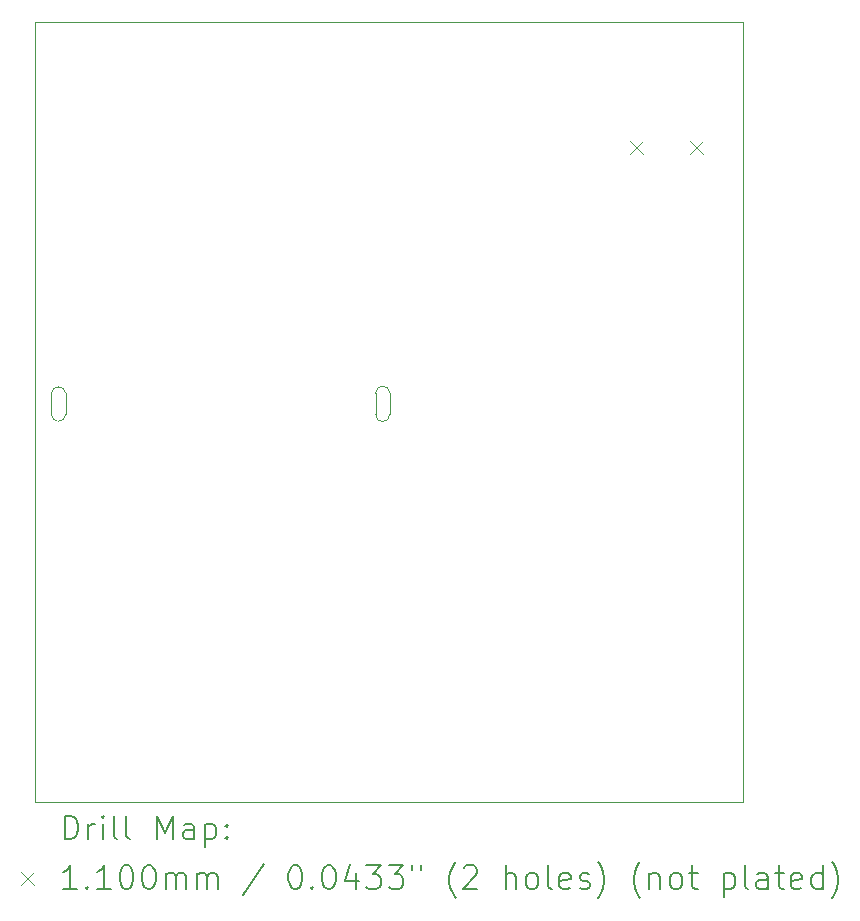
<source format=gbr>
%FSLAX45Y45*%
G04 Gerber Fmt 4.5, Leading zero omitted, Abs format (unit mm)*
G04 Created by KiCad (PCBNEW (6.0.4)) date 2022-12-17 16:47:39*
%MOMM*%
%LPD*%
G01*
G04 APERTURE LIST*
%TA.AperFunction,Profile*%
%ADD10C,0.100000*%
%TD*%
%ADD11C,0.200000*%
%ADD12C,0.110000*%
G04 APERTURE END LIST*
D10*
X3006000Y3461000D02*
G75*
G03*
X2886000Y3461000I-60000J0D01*
G01*
X5997000Y6602000D02*
X0Y6602000D01*
X0Y6602000D02*
X0Y0D01*
X0Y0D02*
X5997000Y0D01*
X5997000Y0D02*
X5997000Y6602000D01*
X2886000Y3281000D02*
G75*
G03*
X3006000Y3281000I60000J0D01*
G01*
X261000Y3463000D02*
X261000Y3283000D01*
X2886000Y3461000D02*
X2886000Y3281000D01*
X261000Y3463000D02*
G75*
G03*
X141000Y3463000I-60000J-9760D01*
G01*
X3006000Y3461000D02*
X3006000Y3281000D01*
X141000Y3283000D02*
G75*
G03*
X261000Y3283000I60000J0D01*
G01*
X141000Y3463000D02*
X141000Y3283000D01*
D11*
D12*
X5044250Y5600250D02*
X5154250Y5490250D01*
X5154250Y5600250D02*
X5044250Y5490250D01*
X5544250Y5600250D02*
X5654250Y5490250D01*
X5654250Y5600250D02*
X5544250Y5490250D01*
D11*
X252619Y-315476D02*
X252619Y-115476D01*
X300238Y-115476D01*
X328810Y-125000D01*
X347857Y-144048D01*
X357381Y-163095D01*
X366905Y-201190D01*
X366905Y-229762D01*
X357381Y-267857D01*
X347857Y-286905D01*
X328810Y-305952D01*
X300238Y-315476D01*
X252619Y-315476D01*
X452619Y-315476D02*
X452619Y-182143D01*
X452619Y-220238D02*
X462143Y-201190D01*
X471667Y-191667D01*
X490714Y-182143D01*
X509762Y-182143D01*
X576429Y-315476D02*
X576429Y-182143D01*
X576429Y-115476D02*
X566905Y-125000D01*
X576429Y-134524D01*
X585952Y-125000D01*
X576429Y-115476D01*
X576429Y-134524D01*
X700238Y-315476D02*
X681190Y-305952D01*
X671667Y-286905D01*
X671667Y-115476D01*
X805000Y-315476D02*
X785952Y-305952D01*
X776428Y-286905D01*
X776428Y-115476D01*
X1033571Y-315476D02*
X1033571Y-115476D01*
X1100238Y-258333D01*
X1166905Y-115476D01*
X1166905Y-315476D01*
X1347857Y-315476D02*
X1347857Y-210714D01*
X1338333Y-191667D01*
X1319286Y-182143D01*
X1281190Y-182143D01*
X1262143Y-191667D01*
X1347857Y-305952D02*
X1328810Y-315476D01*
X1281190Y-315476D01*
X1262143Y-305952D01*
X1252619Y-286905D01*
X1252619Y-267857D01*
X1262143Y-248809D01*
X1281190Y-239286D01*
X1328810Y-239286D01*
X1347857Y-229762D01*
X1443095Y-182143D02*
X1443095Y-382143D01*
X1443095Y-191667D02*
X1462143Y-182143D01*
X1500238Y-182143D01*
X1519286Y-191667D01*
X1528809Y-201190D01*
X1538333Y-220238D01*
X1538333Y-277381D01*
X1528809Y-296429D01*
X1519286Y-305952D01*
X1500238Y-315476D01*
X1462143Y-315476D01*
X1443095Y-305952D01*
X1624048Y-296429D02*
X1633571Y-305952D01*
X1624048Y-315476D01*
X1614524Y-305952D01*
X1624048Y-296429D01*
X1624048Y-315476D01*
X1624048Y-191667D02*
X1633571Y-201190D01*
X1624048Y-210714D01*
X1614524Y-201190D01*
X1624048Y-191667D01*
X1624048Y-210714D01*
D12*
X-115000Y-590000D02*
X-5000Y-700000D01*
X-5000Y-590000D02*
X-115000Y-700000D01*
D11*
X357381Y-735476D02*
X243095Y-735476D01*
X300238Y-735476D02*
X300238Y-535476D01*
X281190Y-564048D01*
X262143Y-583095D01*
X243095Y-592619D01*
X443095Y-716428D02*
X452619Y-725952D01*
X443095Y-735476D01*
X433571Y-725952D01*
X443095Y-716428D01*
X443095Y-735476D01*
X643095Y-735476D02*
X528810Y-735476D01*
X585952Y-735476D02*
X585952Y-535476D01*
X566905Y-564048D01*
X547857Y-583095D01*
X528810Y-592619D01*
X766905Y-535476D02*
X785952Y-535476D01*
X805000Y-545000D01*
X814524Y-554524D01*
X824048Y-573571D01*
X833571Y-611667D01*
X833571Y-659286D01*
X824048Y-697381D01*
X814524Y-716428D01*
X805000Y-725952D01*
X785952Y-735476D01*
X766905Y-735476D01*
X747857Y-725952D01*
X738333Y-716428D01*
X728809Y-697381D01*
X719286Y-659286D01*
X719286Y-611667D01*
X728809Y-573571D01*
X738333Y-554524D01*
X747857Y-545000D01*
X766905Y-535476D01*
X957381Y-535476D02*
X976428Y-535476D01*
X995476Y-545000D01*
X1005000Y-554524D01*
X1014524Y-573571D01*
X1024048Y-611667D01*
X1024048Y-659286D01*
X1014524Y-697381D01*
X1005000Y-716428D01*
X995476Y-725952D01*
X976428Y-735476D01*
X957381Y-735476D01*
X938333Y-725952D01*
X928809Y-716428D01*
X919286Y-697381D01*
X909762Y-659286D01*
X909762Y-611667D01*
X919286Y-573571D01*
X928809Y-554524D01*
X938333Y-545000D01*
X957381Y-535476D01*
X1109762Y-735476D02*
X1109762Y-602143D01*
X1109762Y-621190D02*
X1119286Y-611667D01*
X1138333Y-602143D01*
X1166905Y-602143D01*
X1185952Y-611667D01*
X1195476Y-630714D01*
X1195476Y-735476D01*
X1195476Y-630714D02*
X1205000Y-611667D01*
X1224048Y-602143D01*
X1252619Y-602143D01*
X1271667Y-611667D01*
X1281190Y-630714D01*
X1281190Y-735476D01*
X1376429Y-735476D02*
X1376429Y-602143D01*
X1376429Y-621190D02*
X1385952Y-611667D01*
X1405000Y-602143D01*
X1433571Y-602143D01*
X1452619Y-611667D01*
X1462143Y-630714D01*
X1462143Y-735476D01*
X1462143Y-630714D02*
X1471667Y-611667D01*
X1490714Y-602143D01*
X1519286Y-602143D01*
X1538333Y-611667D01*
X1547857Y-630714D01*
X1547857Y-735476D01*
X1938333Y-525952D02*
X1766905Y-783095D01*
X2195476Y-535476D02*
X2214524Y-535476D01*
X2233571Y-545000D01*
X2243095Y-554524D01*
X2252619Y-573571D01*
X2262143Y-611667D01*
X2262143Y-659286D01*
X2252619Y-697381D01*
X2243095Y-716428D01*
X2233571Y-725952D01*
X2214524Y-735476D01*
X2195476Y-735476D01*
X2176429Y-725952D01*
X2166905Y-716428D01*
X2157381Y-697381D01*
X2147857Y-659286D01*
X2147857Y-611667D01*
X2157381Y-573571D01*
X2166905Y-554524D01*
X2176429Y-545000D01*
X2195476Y-535476D01*
X2347857Y-716428D02*
X2357381Y-725952D01*
X2347857Y-735476D01*
X2338333Y-725952D01*
X2347857Y-716428D01*
X2347857Y-735476D01*
X2481190Y-535476D02*
X2500238Y-535476D01*
X2519286Y-545000D01*
X2528810Y-554524D01*
X2538333Y-573571D01*
X2547857Y-611667D01*
X2547857Y-659286D01*
X2538333Y-697381D01*
X2528810Y-716428D01*
X2519286Y-725952D01*
X2500238Y-735476D01*
X2481190Y-735476D01*
X2462143Y-725952D01*
X2452619Y-716428D01*
X2443095Y-697381D01*
X2433571Y-659286D01*
X2433571Y-611667D01*
X2443095Y-573571D01*
X2452619Y-554524D01*
X2462143Y-545000D01*
X2481190Y-535476D01*
X2719286Y-602143D02*
X2719286Y-735476D01*
X2671667Y-525952D02*
X2624048Y-668810D01*
X2747857Y-668810D01*
X2805000Y-535476D02*
X2928809Y-535476D01*
X2862143Y-611667D01*
X2890714Y-611667D01*
X2909762Y-621190D01*
X2919286Y-630714D01*
X2928809Y-649762D01*
X2928809Y-697381D01*
X2919286Y-716428D01*
X2909762Y-725952D01*
X2890714Y-735476D01*
X2833571Y-735476D01*
X2814524Y-725952D01*
X2805000Y-716428D01*
X2995476Y-535476D02*
X3119286Y-535476D01*
X3052619Y-611667D01*
X3081190Y-611667D01*
X3100238Y-621190D01*
X3109762Y-630714D01*
X3119286Y-649762D01*
X3119286Y-697381D01*
X3109762Y-716428D01*
X3100238Y-725952D01*
X3081190Y-735476D01*
X3024048Y-735476D01*
X3005000Y-725952D01*
X2995476Y-716428D01*
X3195476Y-535476D02*
X3195476Y-573571D01*
X3271667Y-535476D02*
X3271667Y-573571D01*
X3566905Y-811667D02*
X3557381Y-802143D01*
X3538333Y-773571D01*
X3528809Y-754524D01*
X3519286Y-725952D01*
X3509762Y-678333D01*
X3509762Y-640238D01*
X3519286Y-592619D01*
X3528809Y-564048D01*
X3538333Y-545000D01*
X3557381Y-516428D01*
X3566905Y-506905D01*
X3633571Y-554524D02*
X3643095Y-545000D01*
X3662143Y-535476D01*
X3709762Y-535476D01*
X3728809Y-545000D01*
X3738333Y-554524D01*
X3747857Y-573571D01*
X3747857Y-592619D01*
X3738333Y-621190D01*
X3624048Y-735476D01*
X3747857Y-735476D01*
X3985952Y-735476D02*
X3985952Y-535476D01*
X4071667Y-735476D02*
X4071667Y-630714D01*
X4062143Y-611667D01*
X4043095Y-602143D01*
X4014524Y-602143D01*
X3995476Y-611667D01*
X3985952Y-621190D01*
X4195476Y-735476D02*
X4176428Y-725952D01*
X4166905Y-716428D01*
X4157381Y-697381D01*
X4157381Y-640238D01*
X4166905Y-621190D01*
X4176428Y-611667D01*
X4195476Y-602143D01*
X4224048Y-602143D01*
X4243095Y-611667D01*
X4252619Y-621190D01*
X4262143Y-640238D01*
X4262143Y-697381D01*
X4252619Y-716428D01*
X4243095Y-725952D01*
X4224048Y-735476D01*
X4195476Y-735476D01*
X4376429Y-735476D02*
X4357381Y-725952D01*
X4347857Y-706905D01*
X4347857Y-535476D01*
X4528810Y-725952D02*
X4509762Y-735476D01*
X4471667Y-735476D01*
X4452619Y-725952D01*
X4443095Y-706905D01*
X4443095Y-630714D01*
X4452619Y-611667D01*
X4471667Y-602143D01*
X4509762Y-602143D01*
X4528810Y-611667D01*
X4538333Y-630714D01*
X4538333Y-649762D01*
X4443095Y-668810D01*
X4614524Y-725952D02*
X4633571Y-735476D01*
X4671667Y-735476D01*
X4690714Y-725952D01*
X4700238Y-706905D01*
X4700238Y-697381D01*
X4690714Y-678333D01*
X4671667Y-668810D01*
X4643095Y-668810D01*
X4624048Y-659286D01*
X4614524Y-640238D01*
X4614524Y-630714D01*
X4624048Y-611667D01*
X4643095Y-602143D01*
X4671667Y-602143D01*
X4690714Y-611667D01*
X4766905Y-811667D02*
X4776429Y-802143D01*
X4795476Y-773571D01*
X4805000Y-754524D01*
X4814524Y-725952D01*
X4824048Y-678333D01*
X4824048Y-640238D01*
X4814524Y-592619D01*
X4805000Y-564048D01*
X4795476Y-545000D01*
X4776429Y-516428D01*
X4766905Y-506905D01*
X5128810Y-811667D02*
X5119286Y-802143D01*
X5100238Y-773571D01*
X5090714Y-754524D01*
X5081190Y-725952D01*
X5071667Y-678333D01*
X5071667Y-640238D01*
X5081190Y-592619D01*
X5090714Y-564048D01*
X5100238Y-545000D01*
X5119286Y-516428D01*
X5128810Y-506905D01*
X5205000Y-602143D02*
X5205000Y-735476D01*
X5205000Y-621190D02*
X5214524Y-611667D01*
X5233571Y-602143D01*
X5262143Y-602143D01*
X5281190Y-611667D01*
X5290714Y-630714D01*
X5290714Y-735476D01*
X5414524Y-735476D02*
X5395476Y-725952D01*
X5385952Y-716428D01*
X5376429Y-697381D01*
X5376429Y-640238D01*
X5385952Y-621190D01*
X5395476Y-611667D01*
X5414524Y-602143D01*
X5443095Y-602143D01*
X5462143Y-611667D01*
X5471667Y-621190D01*
X5481190Y-640238D01*
X5481190Y-697381D01*
X5471667Y-716428D01*
X5462143Y-725952D01*
X5443095Y-735476D01*
X5414524Y-735476D01*
X5538333Y-602143D02*
X5614524Y-602143D01*
X5566905Y-535476D02*
X5566905Y-706905D01*
X5576429Y-725952D01*
X5595476Y-735476D01*
X5614524Y-735476D01*
X5833571Y-602143D02*
X5833571Y-802143D01*
X5833571Y-611667D02*
X5852619Y-602143D01*
X5890714Y-602143D01*
X5909762Y-611667D01*
X5919286Y-621190D01*
X5928809Y-640238D01*
X5928809Y-697381D01*
X5919286Y-716428D01*
X5909762Y-725952D01*
X5890714Y-735476D01*
X5852619Y-735476D01*
X5833571Y-725952D01*
X6043095Y-735476D02*
X6024048Y-725952D01*
X6014524Y-706905D01*
X6014524Y-535476D01*
X6205000Y-735476D02*
X6205000Y-630714D01*
X6195476Y-611667D01*
X6176428Y-602143D01*
X6138333Y-602143D01*
X6119286Y-611667D01*
X6205000Y-725952D02*
X6185952Y-735476D01*
X6138333Y-735476D01*
X6119286Y-725952D01*
X6109762Y-706905D01*
X6109762Y-687857D01*
X6119286Y-668810D01*
X6138333Y-659286D01*
X6185952Y-659286D01*
X6205000Y-649762D01*
X6271667Y-602143D02*
X6347857Y-602143D01*
X6300238Y-535476D02*
X6300238Y-706905D01*
X6309762Y-725952D01*
X6328809Y-735476D01*
X6347857Y-735476D01*
X6490714Y-725952D02*
X6471667Y-735476D01*
X6433571Y-735476D01*
X6414524Y-725952D01*
X6405000Y-706905D01*
X6405000Y-630714D01*
X6414524Y-611667D01*
X6433571Y-602143D01*
X6471667Y-602143D01*
X6490714Y-611667D01*
X6500238Y-630714D01*
X6500238Y-649762D01*
X6405000Y-668810D01*
X6671667Y-735476D02*
X6671667Y-535476D01*
X6671667Y-725952D02*
X6652619Y-735476D01*
X6614524Y-735476D01*
X6595476Y-725952D01*
X6585952Y-716428D01*
X6576428Y-697381D01*
X6576428Y-640238D01*
X6585952Y-621190D01*
X6595476Y-611667D01*
X6614524Y-602143D01*
X6652619Y-602143D01*
X6671667Y-611667D01*
X6747857Y-811667D02*
X6757381Y-802143D01*
X6776428Y-773571D01*
X6785952Y-754524D01*
X6795476Y-725952D01*
X6805000Y-678333D01*
X6805000Y-640238D01*
X6795476Y-592619D01*
X6785952Y-564048D01*
X6776428Y-545000D01*
X6757381Y-516428D01*
X6747857Y-506905D01*
M02*

</source>
